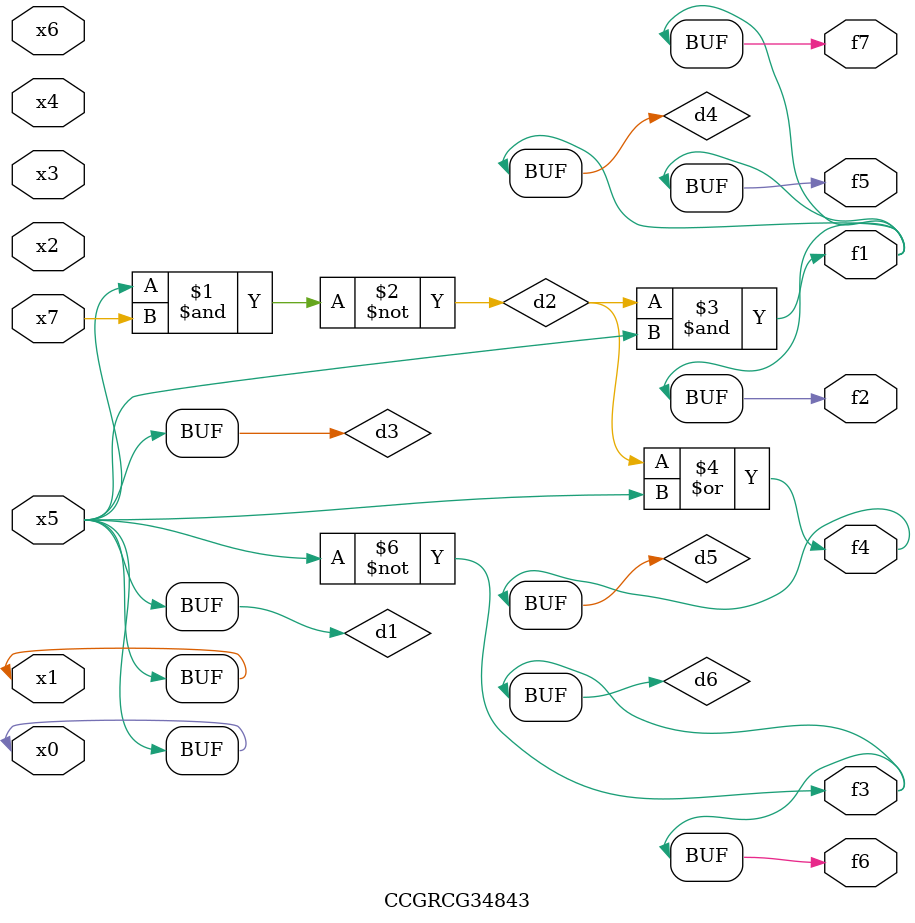
<source format=v>
module CCGRCG34843(
	input x0, x1, x2, x3, x4, x5, x6, x7,
	output f1, f2, f3, f4, f5, f6, f7
);

	wire d1, d2, d3, d4, d5, d6;

	buf (d1, x0, x5);
	nand (d2, x5, x7);
	buf (d3, x0, x1);
	and (d4, d2, d3);
	or (d5, d2, d3);
	nor (d6, d1, d3);
	assign f1 = d4;
	assign f2 = d4;
	assign f3 = d6;
	assign f4 = d5;
	assign f5 = d4;
	assign f6 = d6;
	assign f7 = d4;
endmodule

</source>
